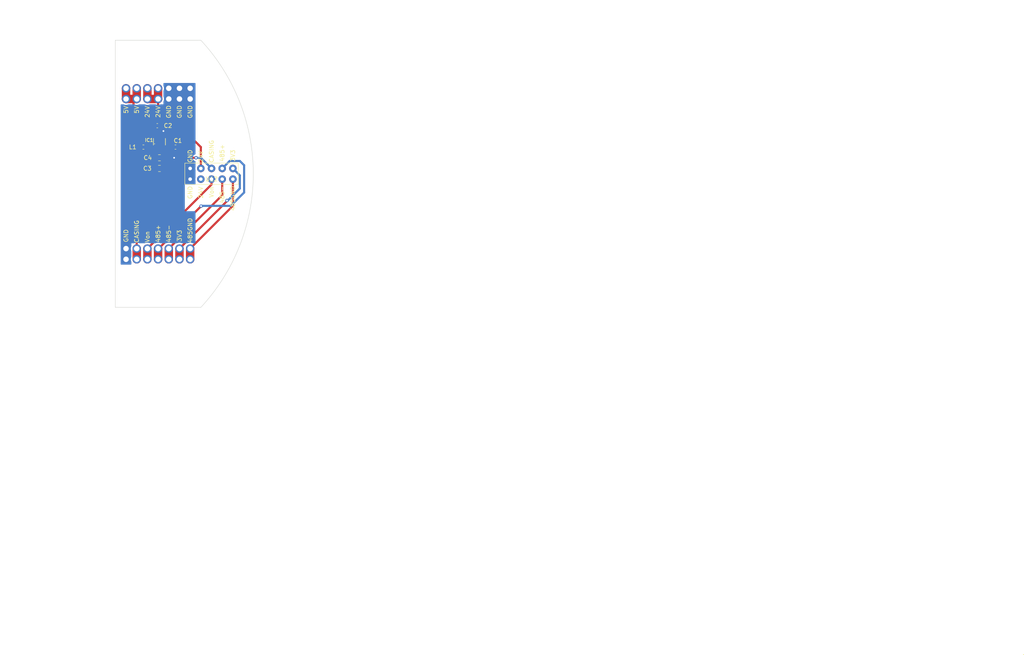
<source format=kicad_pcb>
(kicad_pcb (version 20211014) (generator pcbnew)
  (layers (0 "F.Cu" signal) (31 "B.Cu" signal) (34 "B.Paste" user) (35 "F.Paste" user) (36 "B.SilkS" user "B.Silkscreen") (37 "F.SilkS" user "F.Silkscreen") (38 "B.Mask" user) (39 "F.Mask" user) (44 "Edge.Cuts" user))
  (net 0 "")
  (net 1 "GND")
  (net 2 "/5V")
  (net 3 "/485GND")
  (net 4 "/485+")
  (net 5 "/485-")
  (net 6 "/Von")
  (net 7 "/CASING")
  (net 8 "/3V3_out")
  (net 10 "/24V")
  (net 11 "Net-(C2-Pad1)")
  (net 12 "Net-(C2-Pad2)")
  (footprint "RobotiqWristCoupling:HOLE" (layer "F.Cu") (at -5.08 -17.78)
    (fp_text reference "U22" hide)
    (fp_text value "HOLE" hide)
    (pad "1" thru_hole circle (at 0 0) (size 2 2) (drill 1.3) (layers *.Cu *.Mask) (net 2 "/5V"))
  )
  (footprint "RobotiqWristCoupling:HOLE" (layer "F.Cu") (at -5.08 17.78)
    (fp_text reference "U6" hide)
    (fp_text value "HOLE" hide)
    (pad "1" thru_hole circle (at 0 0) (size 2 2) (drill 1.3) (layers *.Cu *.Mask) (net 7 "/CASING"))
  )
  (footprint "RobotiqWristCoupling:HOLE" (layer "F.Cu") (at 2.54 -17.78)
    (fp_text reference "U3" hide)
    (fp_text value "HOLE" hide)
    (pad "1" thru_hole circle (at 0 0) (size 2 2) (drill 1.3) (layers *.Cu *.Mask) (net 1 "GND"))
  )
  (footprint "RobotiqWristCoupling:HOLE" (layer "F.Cu") (at 0 -20.32)
    (fp_text reference "U16" hide)
    (fp_text value "HOLE" hide)
    (pad "1" thru_hole circle (at 0 0) (size 2 2) (drill 1.3) (layers *.Cu *.Mask) (net 10 "/24V"))
  )
  (footprint "RobotiqWristCoupling:HOLE" (layer "F.Cu") (at -7.62 17.78)
    (fp_text reference "U4" hide)
    (fp_text value "HOLE" hide)
    (pad "1" thru_hole circle (at 0 0) (size 2 2) (drill 1.3) (layers *.Cu *.Mask) (net 1 "GND"))
  )
  (footprint "RobotiqWristCoupling:HOLE" (layer "F.Cu") (at -2.54 20.32)
    (fp_text reference "U13" hide)
    (fp_text value "HOLE" hide)
    (pad "1" thru_hole circle (at 0 0) (size 2 2) (drill 1.3) (layers *.Cu *.Mask) (net 6 "/Von"))
  )
  (footprint "RobotiqWristCoupling:HOLE" (layer "F.Cu") (at -7.62 20.32)
    (fp_text reference "U1" hide)
    (fp_text value "HOLE" hide)
    (pad "1" thru_hole circle (at 0 0) (size 2 2) (drill 1.3) (layers *.Cu *.Mask) (net 1 "GND"))
  )
  (footprint "RobotiqWristCoupling:HOLE" (layer "F.Cu") (at 2.54 20.32)
    (fp_text reference "U18" hide)
    (fp_text value "HOLE" hide)
    (pad "1" thru_hole circle (at 0 0) (size 2 2) (drill 1.3) (layers *.Cu *.Mask) (net 5 "/485-"))
  )
  (footprint "Capacitor_SMD:C_0805_2012Metric" (layer "F.Cu") (at 0.32 -3.81)
    (fp_text reference "C4" (at -2.77 0) (layer "F.SilkS"))
    (fp_text value "22µF" hide)
    (fp_line (start -0.261252 0.735) (end 0.261252 0.735) (layer "F.SilkS") (width 0.12))
    (fp_line (start -0.261252 -0.735) (end 0.261252 -0.735) (layer "F.SilkS") (width 0.12))
    (pad "1" smd roundrect (at -0.95 0) (size 1 1.45) (layers "F.Cu" "F.Paste" "F.Mask") (net 2 "/5V"))
    (pad "2" smd roundrect (at 0.95 0) (size 1 1.45) (layers "F.Cu" "F.Paste" "F.Mask") (net 1 "GND"))
  )
  (footprint "RobotiqWristCoupling:HOLE" (layer "F.Cu") (at 5.08 -20.32)
    (fp_text reference "U2" hide)
    (fp_text value "HOLE" hide)
    (pad "1" thru_hole circle (at 0 0) (size 2 2) (drill 1.3) (layers *.Cu *.Mask) (net 1 "GND"))
  )
  (footprint "RobotiqWristCoupling:HOLE" (layer "F.Cu") (at 2.54 17.78)
    (fp_text reference "U14" hide)
    (fp_text value "HOLE" hide)
    (pad "1" thru_hole circle (at 0 0) (size 2 2) (drill 1.3) (layers *.Cu *.Mask) (net 5 "/485-"))
  )
  (footprint "RobotiqWristCoupling:HOLE" (layer "F.Cu") (at 7.62 17.78)
    (fp_text reference "U19" hide)
    (fp_text value "HOLE" hide)
    (pad "1" thru_hole circle (at 0 0) (size 2 2) (drill 1.3) (layers *.Cu *.Mask) (net 3 "/485GND"))
  )
  (footprint "RobotiqWristCoupling:HOLE" (layer "F.Cu") (at 2.54 -20.32)
    (fp_text reference "U3" hide)
    (fp_text value "HOLE" hide)
    (pad "1" thru_hole circle (at 0 0) (size 2 2) (drill 1.3) (layers *.Cu *.Mask) (net 1 "GND"))
  )
  (footprint "Inductor_SMD:L_0603_1608Metric" (layer "F.Cu") (at -3.49 -6.35)
    (fp_text reference "L1" (at -2.54 0) (layer "F.SilkS"))
    (fp_text value "4µ7" hide)
    (fp_line (start -0.162779 -0.51) (end 0.162779 -0.51) (layer "F.SilkS") (width 0.12))
    (fp_line (start -0.162779 0.51) (end 0.162779 0.51) (layer "F.SilkS") (width 0.12))
    (pad "1" smd roundrect (at -0.7875 0) (size 0.875 0.95) (layers "F.Cu" "F.Paste" "F.Mask") (net 12 "Net-(C2-Pad2)"))
    (pad "2" smd roundrect (at 0.7875 0) (size 0.875 0.95) (layers "F.Cu" "F.Paste" "F.Mask") (net 2 "/5V"))
  )
  (footprint "RobotiqWristCoupling:HOLE" (layer "F.Cu") (at -5.08 -20.32)
    (fp_text reference "U22" hide)
    (fp_text value "HOLE" hide)
    (pad "1" thru_hole circle (at 0 0) (size 2 2) (drill 1.3) (layers *.Cu *.Mask) (net 2 "/5V"))
  )
  (footprint "RobotiqWristCoupling:HOLE" (layer "F.Cu") (at 5.08 20.32)
    (fp_text reference "U10" hide)
    (fp_text value "HOLE" hide)
    (pad "1" thru_hole circle (at 0 0) (size 2 2) (drill 1.3) (layers *.Cu *.Mask) (net 8 "/3V3_out"))
  )
  (footprint "RobotiqWristCoupling:HOLE" (layer "F.Cu") (at -2.54 -17.78)
    (fp_text reference "U15" hide)
    (fp_text value "HOLE" hide)
    (pad "1" thru_hole circle (at 0 0) (size 2 2) (drill 1.3) (layers *.Cu *.Mask) (net 10 "/24V"))
  )
  (footprint "RobotiqWristCoupling:HOLE" (layer "F.Cu") (at -2.54 17.78)
    (fp_text reference "U17" hide)
    (fp_text value "HOLE" hide)
    (pad "1" thru_hole circle (at 0 0) (size 2 2) (drill 1.3) (layers *.Cu *.Mask) (net 6 "/Von"))
  )
  (footprint "RobotiqWristCoupling:TSOT23-6" (layer "F.Cu") (at 0.32 -7.62)
    (fp_text reference "IC1" (at -2.479 -0.381 180) (layer "F.SilkS") (effects (font (size 0.8 0.8))))
    (fp_text value "AP63205" hide)
    (fp_line (start -1.423 0.781) (end -1.423 -0.781) (layer "F.SilkS") (width 0.1524))
    (fp_line (start 1.422 -0.781) (end 1.422 0.781) (layer "F.SilkS") (width 0.1524))
    (fp_circle (center -1.15 0.5) (end -1.05 0.5) (layer "F.SilkS") (width 0) (fill solid))
    (pad "1" smd rect (at -0.95 1.3) (size 0.62 1.22) (layers "F.Cu" "F.Paste" "F.Mask") (net 2 "/5V"))
    (pad "2" smd rect (at 0 1.3) (size 0.62 1.22) (layers "F.Cu" "F.Paste" "F.Mask") (net 10 "/24V"))
    (pad "3" smd rect (at 0.95 1.3) (size 0.62 1.22) (layers "F.Cu" "F.Paste" "F.Mask") (net 10 "/24V"))
    (pad "4" smd rect (at 0.95 -1.3) (size 0.62 1.22) (layers "F.Cu" "F.Paste" "F.Mask") (net 1 "GND"))
    (pad "5" smd rect (at 0 -1.3) (size 0.62 1.22) (layers "F.Cu" "F.Paste" "F.Mask") (net 12 "Net-(C2-Pad2)"))
    (pad "6" smd rect (at -0.95 -1.3) (size 0.62 1.22) (layers "F.Cu" "F.Paste" "F.Mask") (net 11 "Net-(C2-Pad1)"))
  )
  (footprint "RobotiqWristCoupling:HOLE" (layer "F.Cu") (at -7.62 -20.32)
    (fp_text reference "U21" hide)
    (fp_text value "HOLE" hide)
    (pad "1" thru_hole circle (at 0 0) (size 2 2) (drill 1.3) (layers *.Cu *.Mask) (net 2 "/5V"))
  )
  (footprint "RobotiqWristCoupling:HOLE" (layer "F.Cu") (at 7.62 -20.32)
    (fp_text reference "U5" hide)
    (fp_text value "HOLE" hide)
    (pad "1" thru_hole circle (at 0 0) (size 2 2) (drill 1.3) (layers *.Cu *.Mask) (net 1 "GND"))
  )
  (footprint "Capacitor_SMD:C_0805_2012Metric" (layer "F.Cu") (at 0.32 -1.27)
    (fp_text reference "C3" (at -2.86 0) (layer "F.SilkS"))
    (fp_text value "22µF" hide)
    (fp_line (start -0.261252 -0.735) (end 0.261252 -0.735) (layer "F.SilkS") (width 0.12))
    (fp_line (start -0.261252 0.735) (end 0.261252 0.735) (layer "F.SilkS") (width 0.12))
    (pad "1" smd roundrect (at -0.95 0) (size 1 1.45) (layers "F.Cu" "F.Paste" "F.Mask") (net 2 "/5V"))
    (pad "2" smd roundrect (at 0.95 0) (size 1 1.45) (layers "F.Cu" "F.Paste" "F.Mask") (net 1 "GND"))
  )
  (footprint "RobotiqWristCoupling:HOLE" (layer "F.Cu") (at -7.62 -17.78)
    (fp_text reference "U21" hide)
    (fp_text value "HOLE" hide)
    (pad "1" thru_hole circle (at 0 0) (size 2 2) (drill 1.3) (layers *.Cu *.Mask) (net 2 "/5V"))
  )
  (footprint "RobotiqWristCoupling:HOLE" (layer "F.Cu") (at 5.08 -17.78)
    (fp_text reference "U2" hide)
    (fp_text value "HOLE" hide)
    (pad "1" thru_hole circle (at 0 0) (size 2 2) (drill 1.3) (layers *.Cu *.Mask) (net 1 "GND"))
  )
  (footprint "RobotiqWristCoupling:HOLE" (layer "F.Cu") (at 5.08 17.78)
    (fp_text reference "U11" hide)
    (fp_text value "HOLE" hide)
    (pad "1" thru_hole circle (at 0 0) (size 2 2) (drill 1.3) (layers *.Cu *.Mask) (net 8 "/3V3_out"))
  )
  (footprint "RobotiqWristCoupling:HOLE" (layer "F.Cu") (at 0 -17.78)
    (fp_text reference "U16" hide)
    (fp_text value "HOLE" hide)
    (pad "1" thru_hole circle (at 0 0) (size 2 2) (drill 1.3) (layers *.Cu *.Mask) (net 10 "/24V"))
  )
  (footprint "RobotiqWristCoupling:HOLE" (layer "F.Cu") (at 7.62 -17.78)
    (fp_text reference "U5" hide)
    (fp_text value "HOLE" hide)
    (pad "1" thru_hole circle (at 0 0) (size 2 2) (drill 1.3) (layers *.Cu *.Mask) (net 1 "GND"))
  )
  (footprint "Capacitor_SMD:C_0603_1608Metric" (layer "F.Cu") (at -0.188 -11.43)
    (fp_text reference "C2" (at 2.54 0) (layer "F.SilkS"))
    (fp_text value "100nF" hide)
    (fp_line (start -0.14058 0.51) (end 0.14058 0.51) (layer "F.SilkS") (width 0.12))
    (fp_line (start -0.14058 -0.51) (end 0.14058 -0.51) (layer "F.SilkS") (width 0.12))
    (pad "1" smd roundrect (at -0.775 0) (size 0.9 0.95) (layers "F.Cu" "F.Paste" "F.Mask") (net 11 "Net-(C2-Pad1)"))
    (pad "2" smd roundrect (at 0.775 0) (size 0.9 0.95) (layers "F.Cu" "F.Paste" "F.Mask") (net 12 "Net-(C2-Pad2)"))
  )
  (footprint "RobotiqWristCoupling:HOLE" (layer "F.Cu") (at 0 20.32)
    (fp_text reference "U8" hide)
    (fp_text value "HOLE" hide)
    (pad "1" thru_hole circle (at 0 0) (size 2 2) (drill 1.3) (layers *.Cu *.Mask) (net 4 "/485+"))
  )
  (footprint "RobotiqWristCoupling:HOLE" (layer "F.Cu") (at 7.62 20.32)
    (fp_text reference "U20" hide)
    (fp_text value "HOLE" hide)
    (pad "1" thru_hole circle (at 0 0) (size 2 2) (drill 1.3) (layers *.Cu *.Mask) (net 3 "/485GND"))
  )
  (footprint "RobotiqWristCoupling:HOLE" (layer "F.Cu") (at 0 17.78)
    (fp_text reference "U9" hide)
    (fp_text value "HOLE" hide)
    (pad "1" thru_hole circle (at 0 0) (size 2 2) (drill 1.3) (layers *.Cu *.Mask) (net 4 "/485+"))
  )
  (footprint "RobotiqWristCoupling:10PIN_SPRING_HEADER" (layer "F.Cu") (at 7.62 1.27)
    (fp_text reference "U12" hide)
    (fp_text value "10PIN_SPRING_HEADER" hide)
    (fp_text user "${REFERENCE}" (at 5.08 0 unlocked) (layer "F.SilkS"))
    (fp_rect (start -1.27 -3.81) (end 11.43 1.27) (layer "F.SilkS") (width 0.12) (fill none))
    (pad "1" thru_hole circle (at 0 -2.54) (size 1.8 1.8) (drill 0.85) (layers *.Cu *.Mask) (net 1 "GND"))
    (pad "2" thru_hole circle (at 0 0) (size 1.8 1.8) (drill 0.85) (layers *.Cu *.Mask) (net 1 "GND"))
    (pad "3" thru_hole circle (at 2.54 -2.54) (size 1.8 1.8) (drill 0.85) (layers *.Cu *.Mask) (net 10 "/24V"))
    (pad "4" thru_hole circle (at 2.54 0) (size 1.8 1.8) (drill 0.85) (layers *.Cu *.Mask))
    (pad "5" thru_hole circle (at 5.08 -2.54) (size 1.8 1.8) (drill 0.85) (layers *.Cu *.Mask) (net 7 "/CASING"))
    (pad "6" thru_hole circle (at 5.08 0) (size 1.8 1.8) (drill 0.85) (layers *.Cu *.Mask) (net 6 "/Von"))
    (pad "7" thru_hole circle (at 7.62 -2.54) (size 1.8 1.8) (drill 0.85) (layers *.Cu *.Mask) (net 4 "/485+"))
    (pad "8" thru_hole circle (at 7.62 0) (size 1.8 1.8) (drill 0.85) (layers *.Cu *.Mask) (net 5 "/485-"))
    (pad "9" thru_hole circle (at 10.16 -2.54) (size 1.8 1.8) (drill 0.85) (layers *.Cu *.Mask) (net 8 "/3V3_out"))
    (pad "10" thru_hole circle (at 10.16 0) (size 1.8 1.8) (drill 0.85) (layers *.Cu *.Mask) (net 3 "/485GND"))
  )
  (footprint "RobotiqWristCoupling:HOLE" (layer "F.Cu") (at -2.54 -20.32)
    (fp_text reference "U15" hide)
    (fp_text value "HOLE" hide)
    (pad "1" thru_hole circle (at 0 0) (size 2 2) (drill 1.3) (layers *.Cu *.Mask) (net 10 "/24V"))
  )
  (footprint "RobotiqWristCoupling:HOLE" (layer "F.Cu") (at -5.08 20.32)
    (fp_text reference "U7" hide)
    (fp_text value "HOLE" hide)
    (pad "1" thru_hole circle (at 0 0) (size 2 2) (drill 1.3) (layers *.Cu *.Mask) (net 7 "/CASING"))
  )
  (footprint "Capacitor_SMD:C_0603_1608Metric" (layer "F.Cu") (at 4.13 -6.35)
    (fp_text reference "C1" (at 0.569 -1.524) (layer "F.SilkS"))
    (fp_text value "10µF" hide)
    (fp_line (start -0.14058 0.51) (end 0.14058 0.51) (layer "F.SilkS") (width 0.12))
    (fp_line (start -0.14058 -0.51) (end 0.14058 -0.51) (layer "F.SilkS") (width 0.12))
    (pad "1" smd roundrect (at -0.775 0) (size 0.9 0.95) (layers "F.Cu" "F.Paste" "F.Mask") (net 10 "/24V"))
    (pad "2" smd roundrect (at 0.775 0) (size 0.9 0.95) (layers "F.Cu" "F.Paste" "F.Mask") (net 1 "GND"))
  )
  (gr_circle (center 205.74 114.3) (end 205.74 114.3) (layer "F.SilkS") (width 0.15) (fill none))
  (gr_arc (start 10.16 -31.75) (mid 22.627916 0) (end 10.159999 31.75) (layer "Edge.Cuts") (width 0.1))
  (gr_line (start -10.16 31.75) (end -10.16 -31.75) (layer "Edge.Cuts") (width 0.1))
  (gr_line (start 10.159999 31.75) (end -10.16 31.75) (layer "Edge.Cuts") (width 0.1))
  (gr_line (start -10.16 -31.75) (end 10.16 -31.75) (layer "Edge.Cuts") (width 0.1))
  (gr_text "CASING\n" (at -5.08 13.716 90) (layer "F.SilkS") (effects (font (size 1 1))))
  (gr_text "GND\n" (at 5.08 -14.732 90) (layer "F.SilkS") (effects (font (size 1 1))))
  (gr_text "485+" (at 0 14.224 90) (layer "F.SilkS") (effects (font (size 1 1))))
  (gr_text "24V" (at 10.16 4.445 90) (layer "F.SilkS") (effects (font (size 1 1))))
  (gr_text "GND\n" (at 7.62 4.445 90) (layer "F.SilkS") (effects (font (size 1 1))))
  (gr_text "485+\n" (at 15.24 -4.953 90) (layer "F.SilkS") (effects (font (size 1 1))))
  (gr_text "24V" (at -2.54 -14.732 90) (layer "F.SilkS") (effects (font (size 1 1))))
  (gr_text "485GND" (at 17.78 5.842 90) (layer "F.SilkS") (effects (font (size 1 1))))
  (gr_text "3V3" (at 5.08 14.732 90) (layer "F.SilkS") (effects (font (size 1 1))))
  (gr_text "485GND" (at 7.62 13.462 90) (layer "F.SilkS") (effects (font (size 1 1))))
  (gr_text "5V" (at -5.08 -15.24 90) (layer "F.SilkS") (effects (font (size 1 1))))
  (gr_text "5V" (at -7.62 -15.24 90) (layer "F.SilkS") (effects (font (size 1 1))))
  (gr_text "GND\n" (at -7.62 14.732 90) (layer "F.SilkS") (effects (font (size 1 1))))
  (gr_text "485-\n" (at 15.24 4.953 90) (layer "F.SilkS") (effects (font (size 1 1))))
  (gr_text "3V3" (at 17.78 -4.318 90) (layer "F.SilkS") (effects (font (size 1 1))))
  (gr_text "GND\n" (at 7.62 -4.191 90) (layer "F.SilkS") (effects (font (size 1 1))))
  (gr_text "CASING\n" (at 12.7 -5.334 90) (layer "F.SilkS") (effects (font (size 1 1))))
  (gr_text "GND\n" (at 7.62 -14.732 90) (layer "F.SilkS") (effects (font (size 1 1))))
  (gr_text "Von\n" (at 12.7 4.318 90) (layer "F.SilkS") (effects (font (size 1 1))))
  (gr_text "Von\n" (at -2.54 14.986 90) (layer "F.SilkS") (effects (font (size 1 1))))
  (gr_text "24V" (at 0 -14.732 90) (layer "F.SilkS") (effects (font (size 1 1))))
  (gr_text "485-\n" (at 2.54 14.224 90) (layer "F.SilkS") (effects (font (size 1 1))))
  (gr_text "GND\n" (at 2.54 -14.732 90) (layer "F.SilkS") (effects (font (size 1 1))))
  (gr_text "24V" (at 10.16 -4.064 90) (layer "F.SilkS") (effects (font (size 1 1))))
  (segment (start 4.905 -6.35) (end 4.905 -4.905) (width 0.5) (layer "F.Cu") (net 1))
  (segment (start 4.905 -4.905) (end 4.445 -4.445) (width 0.5) (layer "F.Cu") (net 1))
  (segment (start 3.81 -3.81) (end 1.27 -3.81) (width 0.5) (layer "F.Cu") (net 1))
  (segment (start 1.27 -8.92) (end 1.27 -10.16) (width 0.5) (layer "F.Cu") (net 1))
  (segment (start 4.445 -4.445) (end 3.81 -3.81) (width 0.5) (layer "F.Cu") (net 1))
  (segment (start 1.27 -3.81) (end 1.27 -1.27) (width 0.5) (layer "F.Cu") (net 1))
  (via (at 3.81 -3.81) (size 0.8) (drill 0.4) (layers "F.Cu" "B.Cu") (net 1))
  (via (at 1.27 -10.16) (size 0.8) (drill 0.4) (layers "F.Cu" "B.Cu") (net 1))
  (segment (start -2.6725 -6.32) (end -2.7025 -6.35) (width 0.5) (layer "F.Cu") (net 2))
  (segment (start -2.7025 -6.35) (end -2.7025 -5.8065) (width 0.5) (layer "F.Cu") (net 2))
  (segment (start -0.63 -3.81) (end -0.63 -1.27) (width 0.5) (layer "F.Cu") (net 2))
  (segment (start -5.842 -5.715) (end -5.842 -17.018) (width 0.5) (layer "F.Cu") (net 2))
  (segment (start -0.63 -6.32) (end -0.63 -3.81) (width 0.5) (layer "F.Cu") (net 2))
  (segment (start -7.62 -20.32) (end -7.62 -17.78) (width 2) (layer "F.Cu") (net 2))
  (segment (start -5.842 -17.018) (end -5.08 -17.78) (width 0.5) (layer "F.Cu") (net 2))
  (segment (start -5.08 -20.32) (end -5.08 -17.78) (width 2) (layer "F.Cu") (net 2))
  (segment (start -2.7025 -5.8065) (end -3.556 -4.953) (width 0.5) (layer "F.Cu") (net 2))
  (segment (start -0.63 -6.32) (end -2.6725 -6.32) (width 0.5) (layer "F.Cu") (net 2))
  (segment (start -7.62 -17.78) (end -5.08 -17.78) (width 2) (layer "F.Cu") (net 2))
  (segment (start -5.08 -4.953) (end -5.842 -5.715) (width 0.5) (layer "F.Cu") (net 2))
  (segment (start -3.556 -4.953) (end -5.08 -4.953) (width 0.5) (layer "F.Cu") (net 2))
  (segment (start 17.78 1.27) (end 17.78 7.62) (width 0.5) (layer "F.Cu") (net 3))
  (segment (start 17.78 7.62) (end 7.62 17.78) (width 0.5) (layer "F.Cu") (net 3))
  (segment (start 7.62 17.78) (end 7.62 20.32) (width 2) (layer "F.Cu") (net 3))
  (segment (start 0.127 17.78) (end 0 17.78) (width 0.5) (layer "F.Cu") (net 4))
  (segment (start 0 17.78) (end 0 20.32) (width 2) (layer "F.Cu") (net 4))
  (segment (start 10.2235 7.6835) (end 0.127 17.78) (width 0.5) (layer "F.Cu") (net 4))
  (via (at 10.2235 7.6835) (size 0.8) (drill 0.4) (layers "F.Cu" "B.Cu") (net 4))
  (segment (start 17.272 7.62) (end 20.447 4.445) (width 0.5) (layer "B.Cu") (net 4))
  (segment (start 10.287 7.62) (end 17.272 7.62) (width 0.5) (layer "B.Cu") (net 4))
  (segment (start 17.018 -3.048) (end 15.24 -1.27) (width 0.5) (layer "B.Cu") (net 4))
  (segment (start 20.447 -2.032) (end 19.431 -3.048) (width 0.5) (layer "B.Cu") (net 4))
  (segment (start 20.447 4.445) (end 20.447 -2.032) (width 0.5) (layer "B.Cu") (net 4))
  (segment (start 10.2235 7.6835) (end 10.287 7.62) (width 0.5) (layer "B.Cu") (net 4))
  (segment (start 19.431 -3.048) (end 17.018 -3.048) (width 0.5) (layer "B.Cu") (net 4))
  (segment (start 15.24 5.08) (end 2.54 17.78) (width 0.5) (layer "F.Cu") (net 5))
  (segment (start 15.24 1.27) (end 15.24 5.08) (width 0.5) (layer "F.Cu") (net 5))
  (segment (start 2.54 17.78) (end 2.54 20.32) (width 2) (layer "F.Cu") (net 5))
  (segment (start 12.7 1.27) (end 12.7 2.54) (width 0.5) (layer "F.Cu") (net 6))
  (segment (start -2.54 17.78) (end -2.54 20.32) (width 2) (layer "F.Cu") (net 6))
  (segment (start 12.7 2.54) (end -2.54 17.78) (width 0.5) (layer "F.Cu") (net 6))
  (segment (start -5.08 17.78) (end -5.08 20.32) (width 2) (layer "F.Cu") (net 7))
  (segment (start -5.08 8.128) (end -5.08 17.78) (width 0.5) (layer "F.Cu") (net 7))
  (segment (start 9.017 -3.81) (end 6.858 -3.81) (width 0.5) (layer "F.Cu") (net 7))
  (segment (start 6.858 -3.81) (end -5.08 8.128) (width 0.5) (layer "F.Cu") (net 7))
  (via (at 9.017 -3.81) (size 0.8) (drill 0.4) (layers "F.Cu" "B.Cu") (net 7))
  (segment (start 9.017 -3.81) (end 10.16 -3.81) (width 0.5) (layer "B.Cu") (net 7))
  (segment (start 10.16 -3.81) (end 12.7 -1.27) (width 0.5) (layer "B.Cu") (net 7))
  (segment (start 5.08 17.78) (end 5.08 20.32) (width 2) (layer "F.Cu") (net 8))
  (segment (start 16.383 6.35) (end 16.383 6.477) (width 0.5) (layer "F.Cu") (net 8))
  (segment (start 16.383 6.477) (end 5.08 17.78) (width 0.5) (layer "F.Cu") (net 8))
  (via (at 16.383 6.35) (size 0.8) (drill 0.4) (layers "F.Cu" "B.Cu") (net 8))
  (segment (start 19.431 3.4925) (end 19.431 0.381) (width 0.5) (layer "B.Cu") (net 8))
  (segment (start 16.383 6.35) (end 16.5735 6.35) (width 0.5) (layer "B.Cu") (net 8))
  (segment (start 16.5735 6.35) (end 19.431 3.4925) (width 0.5) (layer "B.Cu") (net 8))
  (segment (start 19.431 0.381) (end 17.78 -1.27) (width 0.5) (layer "B.Cu") (net 8))
  (segment (start 0 -20.32) (end 0 -17.78) (width 2) (layer "F.Cu") (net 10))
  (segment (start -2.54 -17.78) (end 0 -17.78) (width 2) (layer "F.Cu") (net 10))
  (segment (start 2.54 -12.192) (end 0 -14.732) (width 0.5) (layer "F.Cu") (net 10))
  (segment (start 1.27 -6.32) (end 3.325 -6.32) (width 0.5) (layer "F.Cu") (net 10))
  (segment (start 3.325 -6.32) (end 3.355 -6.35) (width 0.5) (layer "F.Cu") (net 10))
  (segment (start 1.27 -6.604) (end 2.54 -7.874) (width 0.5) (layer "F.Cu") (net 10))
  (segment (start 0.32 -6.32) (end 1.27 -6.32) (width 0.5) (layer "F.Cu") (net 10))
  (segment (start 2.54 -9.398) (end 7.112 -9.398) (width 0.5) (layer "F.Cu") (net 10))
  (segment (start 1.27 -6.32) (end 1.27 -6.604) (width 0.5) (layer "F.Cu") (net 10))
  (segment (start 0 -14.732) (end 0 -17.78) (width 0.5) (layer "F.Cu") (net 10))
  (segment (start 7.112 -9.398) (end 10.16 -6.35) (width 0.5) (layer "F.Cu") (net 10))
  (segment (start 2.54 -7.874) (end 2.54 -9.398) (width 0.5) (layer "F.Cu") (net 10))
  (segment (start 10.16 -6.35) (end 10.16 -1.27) (width 0.5) (layer "F.Cu") (net 10))
  (segment (start 2.54 -9.398) (end 2.54 -12.192) (width 0.5) (layer "F.Cu") (net 10))
  (segment (start -2.54 -20.32) (end -2.54 -17.78) (width 2) (layer "F.Cu") (net 10))
  (segment (start -0.63 -11.097) (end -0.963 -11.43) (width 0.5) (layer "F.Cu") (net 11))
  (segment (start -0.63 -8.92) (end -0.63 -11.097) (width 0.5) (layer "F.Cu") (net 11))
  (segment (start 0.32 -11.163) (end 0.587 -11.43) (width 0.5) (layer "F.Cu") (net 12))
  (segment (start 0.32 -8.194) (end 0.32 -8.92) (width 0.5) (layer "F.Cu") (net 12))
  (segment (start -0.254 -7.62) (end 0.32 -8.194) (width 0.5) (layer "F.Cu") (net 12))
  (segment (start -4.191 -6.4365) (end -4.191 -6.858) (width 0.5) (layer "F.Cu") (net 12))
  (segment (start 0.32 -8.92) (end 0.32 -11.163) (width 0.5) (layer "F.Cu") (net 12))
  (segment (start -3.429 -7.62) (end -0.254 -7.62) (width 0.5) (layer "F.Cu") (net 12))
  (segment (start -4.2775 -6.35) (end -4.191 -6.4365) (width 0.5) (layer "F.Cu") (net 12))
  (segment (start -4.191 -6.858) (end -3.429 -7.62) (width 0.5) (layer "F.Cu") (net 12))
  (zone (net 1) (net_name "GND") (layer "B.Cu") (connect_pads (clearance 0.4)) (min_thickness 0.254) (fill yes (thermal_gap 0) (thermal_bridge_width 3))
    (polygon (pts (xy 8.89 -8.89) (xy 8.89 -3.81) (xy 8.89 2.54) (xy 6.35 2.54) (xy 6.35 8.89) (xy 8.89 8.89) (xy 8.89 16.51) (xy -6.35 16.51) (xy -6.35 21.59) (xy -8.89 21.59) (xy -8.89 -16.51) (xy 1.27 -16.51) (xy 1.27 -21.59) (xy 8.89 -21.59)))
  )
)
</source>
